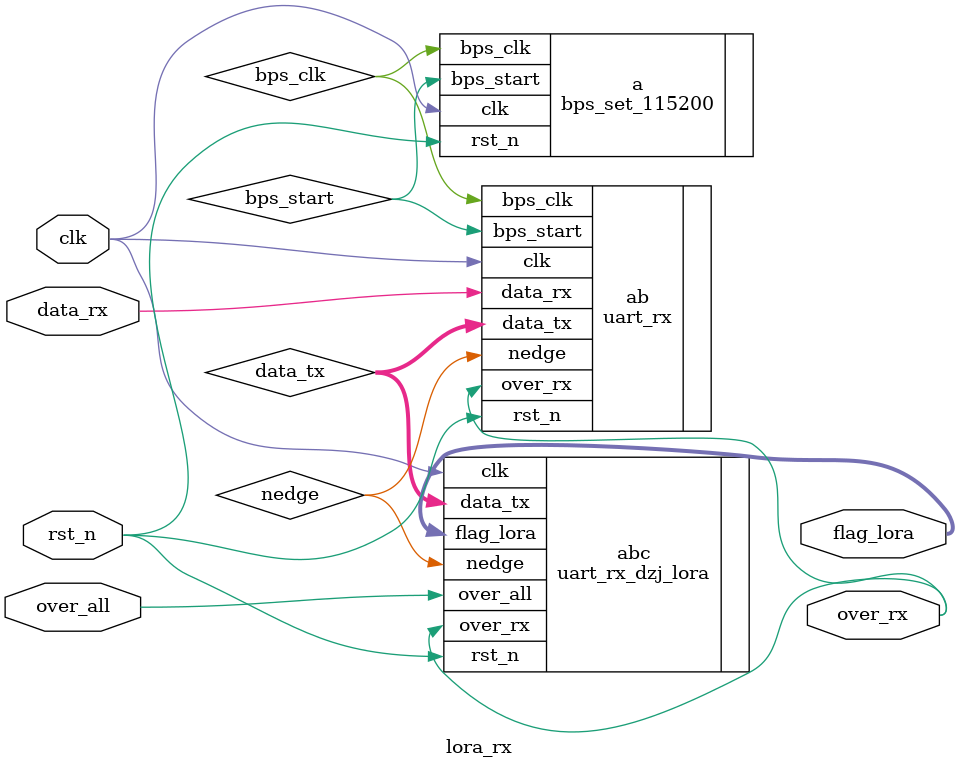
<source format=v>
module lora_rx(
	input 				clk,
	input 				rst_n,
	input 				data_rx,
	input 				over_all,
			
	output [1:0]		flag_lora,
	output 				over_rx
	
    );
wire [7:0]data_tx;

bps_set_115200 a (
    .clk(clk), 
    .rst_n(rst_n), 
    .bps_start(bps_start), 
    .bps_clk(bps_clk)
    );
    uart_rx ab (
	.nedge(nedge),
    .clk(clk), 
    .rst_n(rst_n), 
    .bps_clk(bps_clk), 
    .data_rx(data_rx), 
    .data_tx(data_tx), 
    .over_rx(over_rx), 
    .bps_start(bps_start)
    );
	uart_rx_dzj_lora abc (
    .clk(clk),
	.over_all(over_all),	
    .rst_n(rst_n), 
    .data_tx(data_tx), 
    .nedge(nedge), 
	.over_rx(over_rx),
    .flag_lora(flag_lora)
    );


endmodule

</source>
